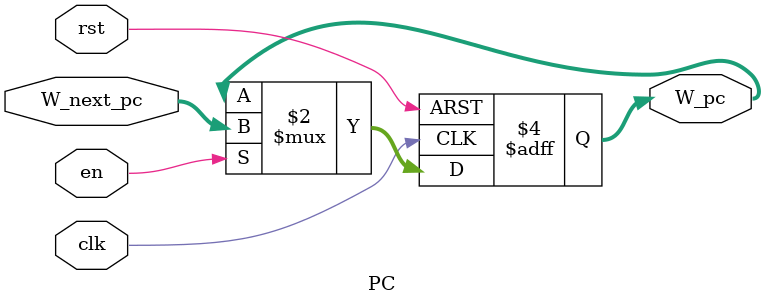
<source format=v>
`timescale 1ns / 1ps

`include "defines.v"

module PC(
    input   wire        clk,
    input   wire        en,
    input   wire        rst,
    input   wire [31:0] W_next_pc,
    output  reg  [31:0] W_pc
    );
    
    // FlopEnR dff(clk, en, rst, W_next_pc, W_pc);
    always @(posedge clk, posedge rst) begin
        if (rst) begin
            W_pc <= 32'hffff_fffc;
        end else if (en) begin
            W_pc <= W_next_pc;
        end
    end
endmodule

</source>
